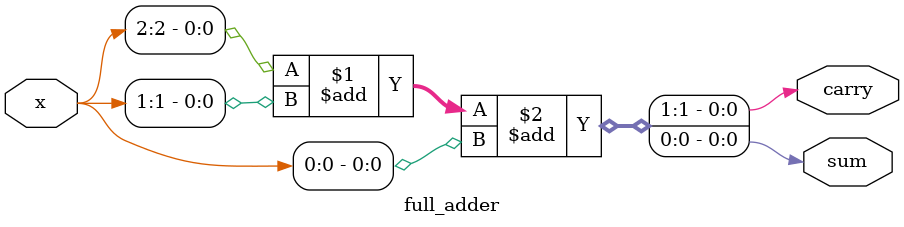
<source format=v>
module full_adder(carry, sum, x);
  input [2:0]x;
  output carry;
  output sum;

  assign {carry, sum} = x[2] + x[1] + x[0];
endmodule
</source>
